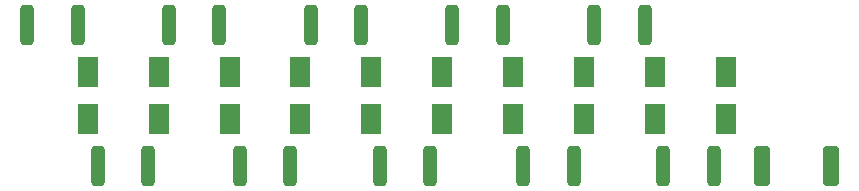
<source format=gbp>
G04 #@! TF.GenerationSoftware,KiCad,Pcbnew,6.0.0-d3dd2cf0fa~116~ubuntu20.04.1*
G04 #@! TF.CreationDate,2022-01-09T22:45:00+01:00*
G04 #@! TF.ProjectId,Statikplatte,53746174-696b-4706-9c61-7474652e6b69,rev?*
G04 #@! TF.SameCoordinates,Original*
G04 #@! TF.FileFunction,Paste,Bot*
G04 #@! TF.FilePolarity,Positive*
%FSLAX46Y46*%
G04 Gerber Fmt 4.6, Leading zero omitted, Abs format (unit mm)*
G04 Created by KiCad (PCBNEW 6.0.0-d3dd2cf0fa~116~ubuntu20.04.1) date 2022-01-09 22:45:00*
%MOMM*%
%LPD*%
G01*
G04 APERTURE LIST*
G04 Aperture macros list*
%AMRoundRect*
0 Rectangle with rounded corners*
0 $1 Rounding radius*
0 $2 $3 $4 $5 $6 $7 $8 $9 X,Y pos of 4 corners*
0 Add a 4 corners polygon primitive as box body*
4,1,4,$2,$3,$4,$5,$6,$7,$8,$9,$2,$3,0*
0 Add four circle primitives for the rounded corners*
1,1,$1+$1,$2,$3*
1,1,$1+$1,$4,$5*
1,1,$1+$1,$6,$7*
1,1,$1+$1,$8,$9*
0 Add four rect primitives between the rounded corners*
20,1,$1+$1,$2,$3,$4,$5,0*
20,1,$1+$1,$4,$5,$6,$7,0*
20,1,$1+$1,$6,$7,$8,$9,0*
20,1,$1+$1,$8,$9,$2,$3,0*%
G04 Aperture macros list end*
%ADD10RoundRect,0.250000X0.312500X1.450000X-0.312500X1.450000X-0.312500X-1.450000X0.312500X-1.450000X0*%
%ADD11R,1.700000X2.500000*%
%ADD12RoundRect,0.250000X0.425000X1.425000X-0.425000X1.425000X-0.425000X-1.425000X0.425000X-1.425000X0*%
G04 APERTURE END LIST*
D10*
X123862500Y-106000000D03*
X128137500Y-106000000D03*
X129862500Y-94000000D03*
X134137500Y-94000000D03*
X135862500Y-106000000D03*
X140137500Y-106000000D03*
X141862500Y-94000000D03*
X146137500Y-94000000D03*
X147725000Y-106000000D03*
X152000000Y-106000000D03*
X153862500Y-94000000D03*
X158137500Y-94000000D03*
X159862500Y-106000000D03*
X164137500Y-106000000D03*
X165862500Y-94000000D03*
X170137500Y-94000000D03*
X171725000Y-106000000D03*
X176000000Y-106000000D03*
D11*
X177000000Y-98000000D03*
X177000000Y-102000000D03*
X129000000Y-97999999D03*
X129000000Y-101999999D03*
X135000000Y-102000000D03*
X135000000Y-98000000D03*
X141000000Y-98000000D03*
X141000000Y-102000000D03*
X147000000Y-102000000D03*
X147000000Y-98000000D03*
X153000000Y-97999999D03*
X153000000Y-101999999D03*
X159000000Y-102000001D03*
X159000000Y-98000001D03*
X165000000Y-98000000D03*
X165000000Y-102000000D03*
X171000000Y-102000000D03*
X171000000Y-98000000D03*
D10*
X117862500Y-94000000D03*
X122137500Y-94000000D03*
D12*
X180100000Y-106000000D03*
X185900000Y-106000000D03*
D11*
X123000000Y-102000000D03*
X123000000Y-98000000D03*
M02*

</source>
